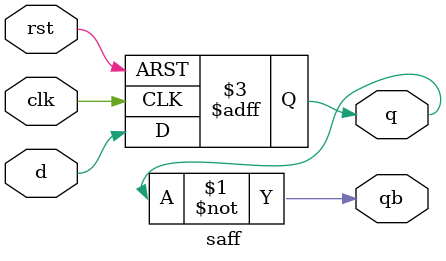
<source format=v>


module saff (
    input  wire clk,      
    input  wire rst,      
    input  wire d,        
    output reg  q,        
    output wire qb        
);

assign qb = ~q;


always @(posedge clk or posedge rst) begin
    if (rst)
        q <= 1'b0;
    else
        q <= d;  
end

endmodule

</source>
